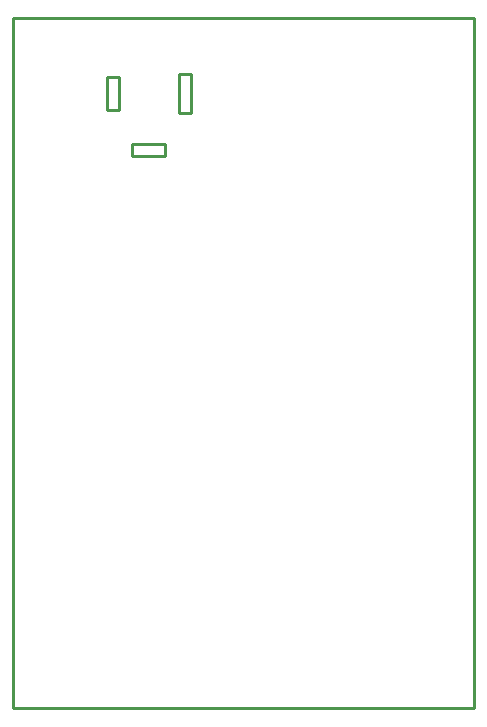
<source format=gbr>
G04 EAGLE Gerber RS-274X export*
G75*
%MOMM*%
%FSLAX34Y34*%
%LPD*%
%IN*%
%IPPOS*%
%AMOC8*
5,1,8,0,0,1.08239X$1,22.5*%
G01*
%ADD10C,0.254000*%


D10*
X0Y215900D02*
X390400Y215900D01*
X390400Y800000D01*
X0Y800000D01*
X0Y215900D01*
X79300Y722600D02*
X89300Y722600D01*
X89300Y750600D01*
X79300Y750600D01*
X79300Y722600D01*
X140300Y720100D02*
X150300Y720100D01*
X150300Y753100D01*
X140300Y753100D01*
X140300Y720100D01*
X100300Y683600D02*
X128300Y683600D01*
X128300Y693600D01*
X100300Y693600D01*
X100300Y683600D01*
M02*

</source>
